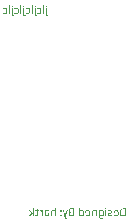
<source format=gbo>
G04 Layer: BottomSilkLayer*
G04 EasyEDA v6.4.17, 2021-03-23T13:38:06--7:00*
G04 633469f3016a4f73af4afc1989af9937,debd25b7e7f645e7808fdd9718494454,10*
G04 Gerber Generator version 0.2*
G04 Scale: 100 percent, Rotated: No, Reflected: No *
G04 Dimensions in millimeters *
G04 leading zeros omitted , absolute positions ,4 integer and 5 decimal *
%FSLAX45Y45*%
%MOMM*%

%ADD10C,0.0001*%

%LPD*%
G36*
X6275324Y7156703D02*
G01*
X6275324Y7086600D01*
X6284468Y7086600D01*
X6284468Y7156703D01*
G37*
G36*
X6371082Y7156703D02*
G01*
X6371082Y7086600D01*
X6380226Y7086600D01*
X6380226Y7156703D01*
G37*
G36*
X6466840Y7156703D02*
G01*
X6466840Y7086600D01*
X6475730Y7086600D01*
X6475730Y7156703D01*
G37*
G36*
X6562598Y7156703D02*
G01*
X6562598Y7086600D01*
X6571488Y7086600D01*
X6571488Y7156703D01*
G37*
G36*
X6299962Y7152386D02*
G01*
X6299962Y7142988D01*
X6309106Y7142988D01*
X6309106Y7152386D01*
G37*
G36*
X6395720Y7152386D02*
G01*
X6395720Y7142988D01*
X6404610Y7142988D01*
X6404610Y7152386D01*
G37*
G36*
X6491478Y7152386D02*
G01*
X6491478Y7142988D01*
X6500368Y7142988D01*
X6500368Y7152386D01*
G37*
G36*
X6586981Y7152386D02*
G01*
X6586981Y7142988D01*
X6596125Y7142988D01*
X6596125Y7152386D01*
G37*
G36*
X6239256Y7135875D02*
G01*
X6232398Y7135571D01*
X6225540Y7134606D01*
X6225540Y7128002D01*
X6233210Y7129322D01*
X6240526Y7129780D01*
X6244945Y7129627D01*
X6248146Y7129272D01*
X6250127Y7128205D01*
X6251448Y7126478D01*
X6252210Y7123938D01*
X6252464Y7120381D01*
X6252413Y7099046D01*
X6251905Y7096252D01*
X6251448Y7095236D01*
X6249873Y7093712D01*
X6247638Y7092696D01*
X6244183Y7092137D01*
X6239510Y7091934D01*
X6235801Y7092035D01*
X6228486Y7092950D01*
X6224778Y7093712D01*
X6224778Y7087108D01*
X6232093Y7085990D01*
X6240272Y7085584D01*
X6247638Y7085838D01*
X6251346Y7086498D01*
X6254140Y7087260D01*
X6256578Y7088428D01*
X6257544Y7089140D01*
X6259118Y7091222D01*
X6260338Y7093966D01*
X6261303Y7097318D01*
X6261608Y7101331D01*
X6261608Y7119112D01*
X6261404Y7122871D01*
X6260846Y7126071D01*
X6259880Y7128713D01*
X6258560Y7130796D01*
X6256782Y7132574D01*
X6255004Y7133844D01*
X6252972Y7134758D01*
X6250432Y7135368D01*
X6245606Y7135875D01*
G37*
G36*
X6335014Y7135875D02*
G01*
X6328156Y7135571D01*
X6321298Y7134606D01*
X6321298Y7128002D01*
X6328918Y7129322D01*
X6336030Y7129780D01*
X6340602Y7129627D01*
X6343650Y7129272D01*
X6345834Y7128205D01*
X6347206Y7126478D01*
X6347968Y7123938D01*
X6348222Y7120381D01*
X6348120Y7099046D01*
X6347510Y7096252D01*
X6346342Y7094423D01*
X6344412Y7093153D01*
X6341668Y7092340D01*
X6337604Y7091984D01*
X6331458Y7092035D01*
X6324193Y7092950D01*
X6320536Y7093712D01*
X6320536Y7087108D01*
X6327851Y7085990D01*
X6336030Y7085584D01*
X6343142Y7085838D01*
X6348476Y7086853D01*
X6351219Y7087819D01*
X6353302Y7089140D01*
X6354775Y7091222D01*
X6356096Y7093966D01*
X6357061Y7097318D01*
X6357366Y7101331D01*
X6357366Y7119112D01*
X6357162Y7122871D01*
X6356604Y7126071D01*
X6355638Y7128713D01*
X6354318Y7130796D01*
X6352540Y7132574D01*
X6350762Y7133844D01*
X6348730Y7134758D01*
X6346190Y7135368D01*
X6341110Y7135875D01*
G37*
G36*
X6430772Y7135875D02*
G01*
X6423863Y7135571D01*
X6416802Y7134606D01*
X6416802Y7128002D01*
X6424625Y7129322D01*
X6431788Y7129780D01*
X6436360Y7129627D01*
X6439408Y7129272D01*
X6441541Y7128205D01*
X6442964Y7126478D01*
X6443522Y7123938D01*
X6443726Y7120381D01*
X6443675Y7099046D01*
X6443167Y7096252D01*
X6442100Y7094423D01*
X6440170Y7093153D01*
X6437325Y7092340D01*
X6433261Y7091984D01*
X6427114Y7092035D01*
X6419850Y7092950D01*
X6416294Y7093712D01*
X6416294Y7087108D01*
X6423456Y7085990D01*
X6431788Y7085584D01*
X6438900Y7085838D01*
X6442608Y7086498D01*
X6445504Y7087260D01*
X6447942Y7088428D01*
X6449669Y7090105D01*
X6451193Y7092543D01*
X6452412Y7095591D01*
X6453022Y7099249D01*
X6453124Y7119112D01*
X6452920Y7122871D01*
X6452311Y7126071D01*
X6451244Y7128713D01*
X6449060Y7131761D01*
X6447383Y7133285D01*
X6445554Y7134301D01*
X6443268Y7135063D01*
X6436868Y7135875D01*
G37*
G36*
X6526276Y7135875D02*
G01*
X6519418Y7135571D01*
X6512559Y7134606D01*
X6512559Y7128002D01*
X6520383Y7129322D01*
X6527546Y7129780D01*
X6531965Y7129627D01*
X6535166Y7129272D01*
X6537248Y7128205D01*
X6538468Y7126478D01*
X6539230Y7123938D01*
X6539484Y7120381D01*
X6539433Y7099046D01*
X6538925Y7096252D01*
X6537858Y7094423D01*
X6535928Y7093153D01*
X6533083Y7092340D01*
X6529019Y7091984D01*
X6522821Y7092035D01*
X6515506Y7092950D01*
X6511798Y7093712D01*
X6511798Y7087108D01*
X6519113Y7085990D01*
X6527292Y7085584D01*
X6534657Y7085838D01*
X6539738Y7086853D01*
X6542481Y7087819D01*
X6544564Y7089140D01*
X6546189Y7091222D01*
X6547612Y7093966D01*
X6548374Y7097318D01*
X6548628Y7101331D01*
X6548628Y7119112D01*
X6548424Y7122871D01*
X6547866Y7126071D01*
X6546900Y7128713D01*
X6545580Y7130796D01*
X6543802Y7132574D01*
X6542024Y7133844D01*
X6540195Y7134758D01*
X6537706Y7135368D01*
X6532626Y7135875D01*
G37*
G36*
X6299962Y7135114D02*
G01*
X6299962Y7079234D01*
X6300216Y7075474D01*
X6300927Y7072325D01*
X6302095Y7069734D01*
X6303772Y7067803D01*
X6305956Y7066381D01*
X6308801Y7065314D01*
X6312204Y7064705D01*
X6317589Y7064552D01*
X6321298Y7065009D01*
X6321298Y7070852D01*
X6317488Y7070598D01*
X6315354Y7070699D01*
X6313525Y7071055D01*
X6312052Y7071614D01*
X6310884Y7072375D01*
X6310122Y7073341D01*
X6309563Y7074712D01*
X6309207Y7076541D01*
X6309106Y7135114D01*
G37*
G36*
X6395720Y7135114D02*
G01*
X6395720Y7079234D01*
X6395974Y7075474D01*
X6396685Y7072325D01*
X6397853Y7069734D01*
X6399530Y7067803D01*
X6401714Y7066381D01*
X6404508Y7065314D01*
X6407810Y7064705D01*
X6413093Y7064552D01*
X6416802Y7065009D01*
X6416802Y7070852D01*
X6412992Y7070598D01*
X6410960Y7070699D01*
X6409232Y7071055D01*
X6407810Y7071614D01*
X6406642Y7072375D01*
X6405727Y7073341D01*
X6405118Y7074712D01*
X6404711Y7076541D01*
X6404610Y7135114D01*
G37*
G36*
X6491478Y7135114D02*
G01*
X6491478Y7079234D01*
X6491732Y7075474D01*
X6492443Y7072325D01*
X6493611Y7069734D01*
X6495288Y7067803D01*
X6497472Y7066381D01*
X6500215Y7065314D01*
X6503568Y7064705D01*
X6508851Y7064552D01*
X6512559Y7065009D01*
X6512559Y7070852D01*
X6508750Y7070598D01*
X6506718Y7070699D01*
X6504990Y7071055D01*
X6503568Y7071614D01*
X6502400Y7072375D01*
X6501536Y7073341D01*
X6500876Y7074712D01*
X6500368Y7078725D01*
X6500368Y7135114D01*
G37*
G36*
X6586981Y7135114D02*
G01*
X6586981Y7079234D01*
X6587236Y7075474D01*
X6587947Y7072325D01*
X6589115Y7069734D01*
X6590792Y7067803D01*
X6592976Y7066381D01*
X6595821Y7065314D01*
X6599224Y7064705D01*
X6604609Y7064552D01*
X6608318Y7065009D01*
X6608318Y7070852D01*
X6604508Y7070598D01*
X6602475Y7070699D01*
X6600748Y7071055D01*
X6599326Y7071614D01*
X6598158Y7072375D01*
X6597294Y7073341D01*
X6596634Y7074712D01*
X6596227Y7076541D01*
X6596125Y7135114D01*
G37*
G36*
X6475984Y5442204D02*
G01*
X6475984Y5372100D01*
X6484874Y5372100D01*
X6484874Y5442204D01*
G37*
G36*
X6662420Y5442204D02*
G01*
X6662420Y5414518D01*
X6660845Y5417515D01*
X6657644Y5419648D01*
X6652869Y5420969D01*
X6646418Y5421376D01*
X6642100Y5421172D01*
X6638493Y5420563D01*
X6635597Y5419496D01*
X6633464Y5418074D01*
X6631787Y5416194D01*
X6630619Y5413806D01*
X6629908Y5410962D01*
X6629653Y5407660D01*
X6629653Y5372100D01*
X6638544Y5372100D01*
X6638594Y5408726D01*
X6638798Y5410200D01*
X6640068Y5412486D01*
X6641388Y5413603D01*
X6643319Y5414416D01*
X6645808Y5414873D01*
X6651599Y5414975D01*
X6655765Y5414619D01*
X6658609Y5413806D01*
X6660540Y5412536D01*
X6661708Y5410860D01*
X6662318Y5408422D01*
X6662420Y5372100D01*
X6671309Y5372100D01*
X6671309Y5442204D01*
G37*
G36*
X6865112Y5442204D02*
G01*
X6865112Y5384800D01*
X6874002Y5384800D01*
X6874002Y5408676D01*
X6874814Y5411571D01*
X6877303Y5413654D01*
X6881418Y5414873D01*
X6887209Y5415280D01*
X6893864Y5414975D01*
X6896100Y5414568D01*
X6897624Y5414010D01*
X6898741Y5413197D01*
X6899554Y5412028D01*
X6900011Y5410555D01*
X6900164Y5408676D01*
X6900164Y5384800D01*
X6900011Y5382920D01*
X6899452Y5381294D01*
X6898589Y5379974D01*
X6897370Y5378958D01*
X6895744Y5378196D01*
X6893661Y5377637D01*
X6891172Y5377281D01*
X6884670Y5377281D01*
X6881672Y5377637D01*
X6879234Y5378196D01*
X6877303Y5378958D01*
X6875881Y5379974D01*
X6874814Y5381294D01*
X6874205Y5382920D01*
X6874002Y5384800D01*
X6865112Y5384800D01*
X6865112Y5372100D01*
X6873748Y5372100D01*
X6873748Y5377688D01*
X6874002Y5376468D01*
X6874814Y5375300D01*
X6876186Y5374182D01*
X6878066Y5373116D01*
X6880453Y5372252D01*
X6883196Y5371592D01*
X6890003Y5371084D01*
X6896353Y5371490D01*
X6898944Y5371947D01*
X6903161Y5373370D01*
X6904837Y5374386D01*
X6906209Y5375656D01*
X6907275Y5377180D01*
X6908038Y5379008D01*
X6908596Y5381193D01*
X6908952Y5383682D01*
X6909053Y5407914D01*
X6908749Y5411216D01*
X6907936Y5414060D01*
X6906463Y5416448D01*
X6904481Y5418328D01*
X6901840Y5419648D01*
X6898436Y5420614D01*
X6894322Y5421172D01*
X6889496Y5421376D01*
X6883603Y5421020D01*
X6878574Y5419852D01*
X6876592Y5418988D01*
X6875170Y5417972D01*
X6874306Y5416702D01*
X6874002Y5415280D01*
X6873748Y5415280D01*
X6874002Y5427726D01*
X6874002Y5442204D01*
G37*
G36*
X7090664Y5437886D02*
G01*
X7090664Y5428488D01*
X7099553Y5428488D01*
X7099553Y5437886D01*
G37*
G36*
X6803390Y5437124D02*
G01*
X6799427Y5437022D01*
X6795922Y5436666D01*
X6792823Y5436108D01*
X6788099Y5434533D01*
X6786372Y5433568D01*
X6785051Y5432501D01*
X6784086Y5431282D01*
X6783425Y5430012D01*
X6782663Y5426710D01*
X6782562Y5416296D01*
X6791706Y5416296D01*
X6791858Y5425643D01*
X6792417Y5427065D01*
X6793280Y5428183D01*
X6794500Y5428996D01*
X6796024Y5429656D01*
X6800443Y5430418D01*
X6816852Y5430520D01*
X6816852Y5408676D01*
X6800291Y5408777D01*
X6797852Y5409133D01*
X6795871Y5409692D01*
X6794246Y5410454D01*
X6793128Y5411470D01*
X6792315Y5412790D01*
X6791858Y5414416D01*
X6791706Y5416296D01*
X6782562Y5416296D01*
X6782714Y5414162D01*
X6783120Y5412486D01*
X6783831Y5411063D01*
X6786016Y5408980D01*
X6789318Y5407456D01*
X6791452Y5406898D01*
X6791452Y5406390D01*
X6786676Y5405018D01*
X6784746Y5404002D01*
X6783070Y5402834D01*
X6781647Y5401360D01*
X6780580Y5399735D01*
X6779971Y5397906D01*
X6779768Y5395976D01*
X6779768Y5385308D01*
X6789420Y5385308D01*
X6789470Y5396433D01*
X6789978Y5398465D01*
X6791045Y5399989D01*
X6792671Y5401157D01*
X6794855Y5401919D01*
X6801053Y5402580D01*
X6816852Y5402580D01*
X6816852Y5378704D01*
X6799325Y5378805D01*
X6794246Y5379567D01*
X6792468Y5380228D01*
X6791147Y5381142D01*
X6790181Y5382260D01*
X6789623Y5383631D01*
X6789420Y5385308D01*
X6779768Y5385308D01*
X6780123Y5381752D01*
X6781088Y5378958D01*
X6782765Y5376672D01*
X6785102Y5374894D01*
X6788099Y5373674D01*
X6792010Y5372811D01*
X6796887Y5372252D01*
X6826503Y5372100D01*
X6826503Y5437124D01*
G37*
G36*
X7242809Y5437124D02*
G01*
X7230922Y5435955D01*
X7222439Y5432450D01*
X7217308Y5426557D01*
X7215631Y5418328D01*
X7215631Y5389880D01*
X7224775Y5389880D01*
X7224877Y5420309D01*
X7225131Y5421884D01*
X7226300Y5424678D01*
X7228128Y5426811D01*
X7230618Y5428234D01*
X7233412Y5429250D01*
X7239304Y5430113D01*
X7259066Y5430266D01*
X7259066Y5378704D01*
X7243572Y5378704D01*
X7229500Y5381498D01*
X7224775Y5389880D01*
X7215631Y5389880D01*
X7217308Y5381955D01*
X7222439Y5376468D01*
X7230922Y5373217D01*
X7242809Y5372100D01*
X7268718Y5372100D01*
X7268718Y5437124D01*
G37*
G36*
X6512052Y5435600D02*
G01*
X6512052Y5420614D01*
X6494780Y5420614D01*
X6494780Y5414518D01*
X6512052Y5414518D01*
X6512001Y5384038D01*
X6511493Y5381244D01*
X6510578Y5379415D01*
X6509156Y5378145D01*
X6506972Y5377332D01*
X6503822Y5376976D01*
X6500977Y5376976D01*
X6494780Y5377688D01*
X6494780Y5371846D01*
X6499809Y5371287D01*
X6504685Y5371084D01*
X6510324Y5371388D01*
X6514592Y5372354D01*
X6516166Y5373217D01*
X6518706Y5375503D01*
X6519672Y5376926D01*
X6520840Y5380939D01*
X6521196Y5386324D01*
X6521196Y5414518D01*
X6531864Y5414518D01*
X6531864Y5420614D01*
X6521196Y5420614D01*
X6521196Y5435600D01*
G37*
G36*
X6534150Y5421376D02*
G01*
X6534150Y5413756D01*
X6542024Y5413654D01*
X6544614Y5413400D01*
X6546748Y5412892D01*
X6548374Y5412232D01*
X6549593Y5411165D01*
X6550456Y5409844D01*
X6551015Y5408117D01*
X6551168Y5406136D01*
X6551168Y5372100D01*
X6560312Y5372100D01*
X6560312Y5420614D01*
X6551676Y5420614D01*
X6551676Y5412486D01*
X6551168Y5414924D01*
X6549644Y5417058D01*
X6547357Y5418886D01*
X6544564Y5420360D01*
X6541516Y5421122D01*
X6538468Y5421376D01*
G37*
G36*
X6595109Y5421376D02*
G01*
X6587845Y5421122D01*
X6582918Y5420360D01*
X6581038Y5419598D01*
X6579463Y5418582D01*
X6578244Y5417312D01*
X6577330Y5415788D01*
X6576669Y5414060D01*
X6576161Y5411927D01*
X6575806Y5406390D01*
X6575806Y5395214D01*
X6598666Y5395214D01*
X6602425Y5395010D01*
X6605016Y5394452D01*
X6606489Y5393436D01*
X6607302Y5391912D01*
X6607860Y5389626D01*
X6608064Y5386324D01*
X6607860Y5383022D01*
X6607302Y5380736D01*
X6606286Y5379008D01*
X6604762Y5377942D01*
X6602526Y5377180D01*
X6599428Y5376926D01*
X6595313Y5376976D01*
X6591147Y5377332D01*
X6589268Y5377688D01*
X6587286Y5378348D01*
X6585813Y5379262D01*
X6585000Y5380482D01*
X6584696Y5382006D01*
X6584696Y5395214D01*
X6575806Y5395214D01*
X6575806Y5372100D01*
X6584442Y5372100D01*
X6584442Y5376672D01*
X6585813Y5374233D01*
X6588759Y5372506D01*
X6593179Y5371439D01*
X6599174Y5371084D01*
X6605270Y5371388D01*
X6609842Y5372354D01*
X6611518Y5373116D01*
X6612940Y5374132D01*
X6614159Y5375402D01*
X6615175Y5376926D01*
X6615836Y5378754D01*
X6616598Y5383580D01*
X6616598Y5389118D01*
X6615836Y5393283D01*
X6615175Y5394960D01*
X6614261Y5396382D01*
X6613093Y5397550D01*
X6611620Y5398516D01*
X6607860Y5399938D01*
X6602526Y5400700D01*
X6584696Y5400802D01*
X6584797Y5409742D01*
X6585407Y5411774D01*
X6586575Y5413197D01*
X6588201Y5414213D01*
X6590690Y5414873D01*
X6594195Y5415229D01*
X6600291Y5415178D01*
X6608673Y5414568D01*
X6613144Y5414010D01*
X6613144Y5420614D01*
X6603695Y5421172D01*
G37*
G36*
X6941312Y5421376D02*
G01*
X6936231Y5421172D01*
X6931964Y5420461D01*
X6928510Y5419394D01*
X6925818Y5417820D01*
X6923684Y5415584D01*
X6922211Y5412740D01*
X6921296Y5409234D01*
X6920992Y5405120D01*
X6920992Y5400294D01*
X6929881Y5400294D01*
X6930034Y5409895D01*
X6930593Y5411520D01*
X6931456Y5412841D01*
X6932675Y5413756D01*
X6934200Y5414518D01*
X6936231Y5415076D01*
X6938772Y5415432D01*
X6944664Y5415432D01*
X6947103Y5415076D01*
X6949084Y5414518D01*
X6950709Y5413756D01*
X6951929Y5412841D01*
X6952792Y5411520D01*
X6953351Y5409895D01*
X6953503Y5400294D01*
X6920992Y5400294D01*
X6920992Y5394198D01*
X6953503Y5394198D01*
X6953503Y5387086D01*
X6953300Y5384698D01*
X6952640Y5382717D01*
X6951522Y5381040D01*
X6949948Y5379720D01*
X6947966Y5378856D01*
X6945477Y5378196D01*
X6942632Y5377789D01*
X6935673Y5377840D01*
X6927545Y5378958D01*
X6923024Y5379974D01*
X6923024Y5373116D01*
X6931914Y5371592D01*
X6940296Y5371084D01*
X6957059Y5374792D01*
X6962648Y5385816D01*
X6962648Y5405120D01*
X6962343Y5409133D01*
X6961378Y5412536D01*
X6959803Y5415381D01*
X6957568Y5417566D01*
X6954672Y5419242D01*
X6950964Y5420410D01*
X6946493Y5421122D01*
G37*
G36*
X6993128Y5421376D02*
G01*
X6988911Y5421172D01*
X6985304Y5420563D01*
X6982409Y5419496D01*
X6980174Y5418074D01*
X6978497Y5416194D01*
X6977329Y5413806D01*
X6976618Y5410962D01*
X6976364Y5407660D01*
X6976364Y5372100D01*
X6985508Y5372100D01*
X6985558Y5408777D01*
X6986168Y5411419D01*
X6986778Y5412486D01*
X6988098Y5413603D01*
X6990080Y5414416D01*
X6992670Y5414873D01*
X6998309Y5414975D01*
X7002373Y5414619D01*
X7005320Y5413857D01*
X7007250Y5412689D01*
X7008418Y5411012D01*
X7009028Y5408574D01*
X7009130Y5372100D01*
X7018020Y5372100D01*
X7018020Y5420614D01*
X7009130Y5420614D01*
X7009130Y5414518D01*
X7007555Y5417515D01*
X7004354Y5419648D01*
X6999579Y5420969D01*
G37*
G36*
X7056881Y5421376D02*
G01*
X7051192Y5421020D01*
X7046823Y5419953D01*
X7043826Y5418226D01*
X7042150Y5415788D01*
X7042150Y5420614D01*
X7033768Y5420614D01*
X7033768Y5385308D01*
X7042658Y5385308D01*
X7042708Y5408676D01*
X7043216Y5411114D01*
X7044283Y5412790D01*
X7046214Y5414060D01*
X7049058Y5414873D01*
X7053224Y5415229D01*
X7058253Y5415229D01*
X7062063Y5414873D01*
X7064654Y5414162D01*
X7066432Y5413044D01*
X7067042Y5412232D01*
X7067600Y5410047D01*
X7067803Y5407152D01*
X7067753Y5383631D01*
X7067245Y5380990D01*
X7066280Y5379262D01*
X7064502Y5378094D01*
X7061809Y5377484D01*
X7057999Y5377230D01*
X7052309Y5377281D01*
X7049566Y5377535D01*
X7047382Y5378043D01*
X7045706Y5378704D01*
X7044385Y5379770D01*
X7043420Y5381244D01*
X7042861Y5383072D01*
X7042658Y5385308D01*
X7033768Y5385308D01*
X7033768Y5367528D01*
X7033920Y5364378D01*
X7034377Y5361635D01*
X7035190Y5359196D01*
X7036308Y5357114D01*
X7037628Y5355336D01*
X7039305Y5353812D01*
X7041286Y5352542D01*
X7043674Y5351526D01*
X7046366Y5350865D01*
X7052868Y5350103D01*
X7061403Y5350103D01*
X7069785Y5350713D01*
X7073392Y5351272D01*
X7073392Y5357622D01*
X7063028Y5356504D01*
X7055866Y5356098D01*
X7052665Y5356250D01*
X7049973Y5356656D01*
X7047738Y5357368D01*
X7045959Y5358384D01*
X7044537Y5359704D01*
X7043470Y5361381D01*
X7042861Y5363362D01*
X7042658Y5365750D01*
X7042658Y5377180D01*
X7043013Y5375757D01*
X7043877Y5374538D01*
X7045198Y5373471D01*
X7046975Y5372608D01*
X7051751Y5371490D01*
X7057390Y5371084D01*
X7064095Y5371490D01*
X7066838Y5371947D01*
X7071055Y5373370D01*
X7072731Y5374386D01*
X7074103Y5375656D01*
X7075170Y5377180D01*
X7076338Y5380888D01*
X7076694Y5385816D01*
X7076694Y5405374D01*
X7076389Y5409387D01*
X7075525Y5412790D01*
X7074103Y5415635D01*
X7072122Y5417820D01*
X7069429Y5419394D01*
X7066025Y5420512D01*
X7061809Y5421172D01*
G37*
G36*
X7129018Y5421376D02*
G01*
X7114286Y5420614D01*
X7114286Y5414264D01*
X7122515Y5415229D01*
X7129525Y5415534D01*
X7135520Y5415229D01*
X7137603Y5414822D01*
X7139178Y5414264D01*
X7140295Y5413400D01*
X7141108Y5412282D01*
X7141565Y5410962D01*
X7141718Y5405374D01*
X7141159Y5403240D01*
X7139482Y5401767D01*
X7136739Y5400852D01*
X7132828Y5400548D01*
X7127240Y5400548D01*
X7115809Y5397703D01*
X7112000Y5389118D01*
X7112000Y5384800D01*
X7112304Y5381396D01*
X7113270Y5378450D01*
X7114844Y5376062D01*
X7117080Y5374132D01*
X7120077Y5372811D01*
X7123734Y5371846D01*
X7128103Y5371287D01*
X7133081Y5371084D01*
X7141006Y5371388D01*
X7149592Y5372354D01*
X7149592Y5379212D01*
X7139584Y5377688D01*
X7132828Y5377180D01*
X7127341Y5377484D01*
X7123684Y5378450D01*
X7122464Y5379212D01*
X7121601Y5380278D01*
X7121042Y5381650D01*
X7120991Y5389524D01*
X7121398Y5390692D01*
X7122058Y5391658D01*
X7122922Y5392420D01*
X7125766Y5393385D01*
X7129780Y5393690D01*
X7138822Y5393893D01*
X7141921Y5394502D01*
X7144562Y5395569D01*
X7146798Y5396992D01*
X7148474Y5398668D01*
X7149642Y5400700D01*
X7150353Y5402986D01*
X7150608Y5405628D01*
X7150608Y5410200D01*
X7145223Y5418582D01*
G37*
G36*
X7181850Y5421376D02*
G01*
X7176871Y5421172D01*
X7172655Y5420461D01*
X7169150Y5419394D01*
X7166356Y5417820D01*
X7164222Y5415584D01*
X7162749Y5412740D01*
X7161834Y5409234D01*
X7161530Y5405120D01*
X7161530Y5400294D01*
X7170674Y5400294D01*
X7170826Y5409895D01*
X7171334Y5411520D01*
X7172096Y5412841D01*
X7173214Y5413756D01*
X7174839Y5414518D01*
X7176922Y5415076D01*
X7179411Y5415432D01*
X7185202Y5415432D01*
X7187641Y5415076D01*
X7189622Y5414518D01*
X7191248Y5413756D01*
X7192467Y5412841D01*
X7193330Y5411520D01*
X7193889Y5409895D01*
X7194042Y5400294D01*
X7161530Y5400294D01*
X7161530Y5394198D01*
X7194042Y5394198D01*
X7194042Y5387086D01*
X7193838Y5384698D01*
X7193127Y5382717D01*
X7192060Y5381040D01*
X7190486Y5379720D01*
X7188606Y5378856D01*
X7186168Y5378196D01*
X7183272Y5377789D01*
X7176211Y5377840D01*
X7168083Y5378958D01*
X7163562Y5379974D01*
X7163562Y5373116D01*
X7172502Y5371592D01*
X7181088Y5371084D01*
X7197648Y5374792D01*
X7203186Y5385816D01*
X7203186Y5405120D01*
X7202881Y5409133D01*
X7201916Y5412536D01*
X7200341Y5415381D01*
X7198106Y5417566D01*
X7195159Y5419242D01*
X7191502Y5420410D01*
X7187031Y5421122D01*
G37*
G36*
X6443472Y5420614D02*
G01*
X6464300Y5398516D01*
X6441440Y5372100D01*
X6452616Y5372100D01*
X6474714Y5398516D01*
X6454394Y5420614D01*
G37*
G36*
X6709156Y5420614D02*
G01*
X6709156Y5409692D01*
X6720586Y5409692D01*
X6720586Y5420614D01*
G37*
G36*
X6728206Y5420614D02*
G01*
X6752590Y5351272D01*
X6761988Y5351272D01*
X6754368Y5371338D01*
X6773164Y5420614D01*
X6763258Y5420614D01*
X6749796Y5380990D01*
X6749542Y5380990D01*
X6737350Y5420614D01*
G37*
G36*
X7090664Y5420614D02*
G01*
X7090664Y5372100D01*
X7099553Y5372100D01*
X7099553Y5420614D01*
G37*
G36*
X6709156Y5383022D02*
G01*
X6709156Y5372100D01*
X6720586Y5372100D01*
X6720586Y5383022D01*
G37*
M02*

</source>
